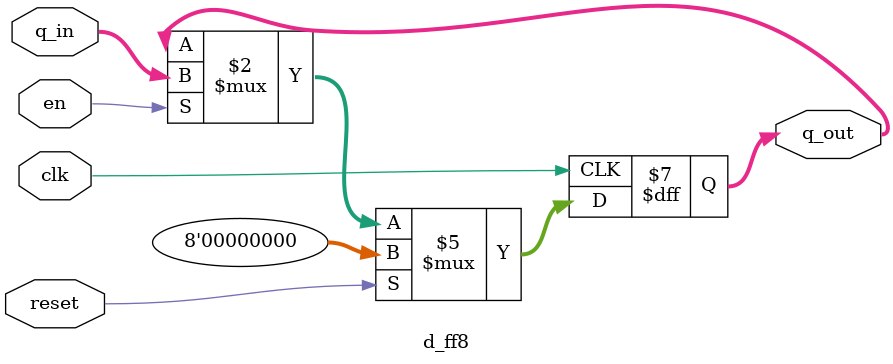
<source format=sv>
module d_ff8(
    input logic clk,reset,en,
    input logic [7:0] q_in,
    output logic [7:0] q_out
);

always_ff @(posedge clk) begin
    if(reset)
        q_out <= 8'b0;
    else begin
        if (en)
          q_out <= q_in;
    end
end


endmodule
</source>
